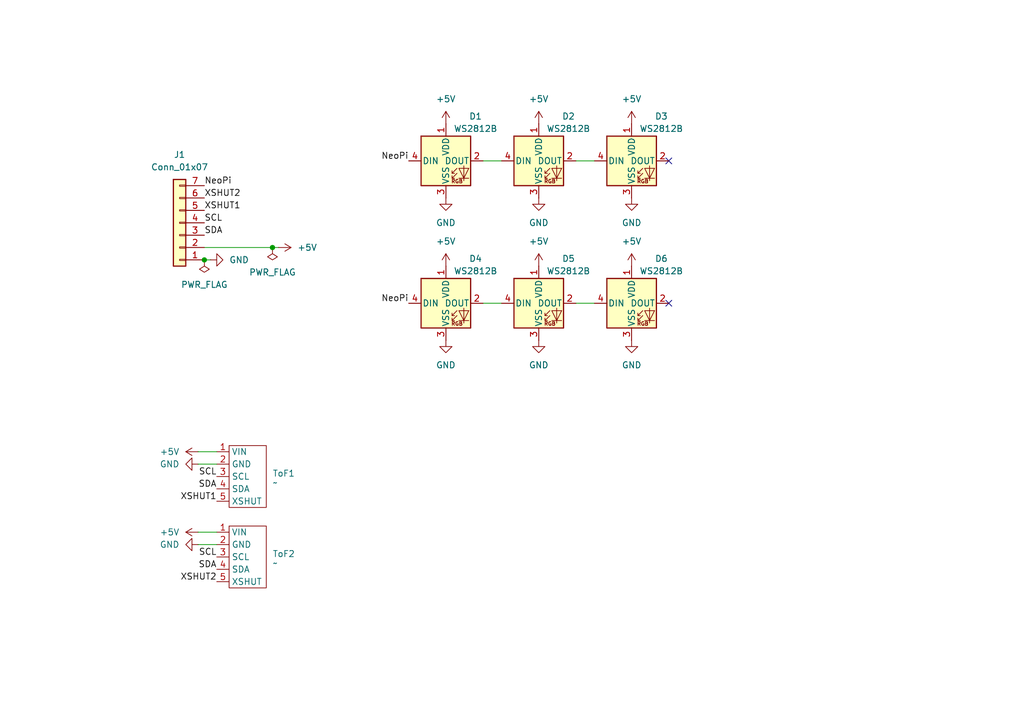
<source format=kicad_sch>
(kicad_sch (version 20231120) (generator "eeschema") (generator_version "8.0")
  (paper "A5")
  (lib_symbols
    (symbol "Connector_Generic:Conn_01x07" (pin_names (offset 1.016) hide)
      (property "Reference" "J" (at 0 10.16 0))
      (property "Value" "Conn_01x07" (at 0 -10.16 0))
      (symbol "Conn_01x07_1_1"
        (rectangle (start -1.27 -7.493) (end 0 -7.747) (stroke (width 0.1524)))
        (rectangle (start -1.27 -4.953) (end 0 -5.207) (stroke (width 0.1524)))
        (rectangle (start -1.27 -2.413) (end 0 -2.667) (stroke (width 0.1524)))
        (rectangle (start -1.27 0.127) (end 0 -0.127) (stroke (width 0.1524)))
        (rectangle (start -1.27 2.667) (end 0 2.413) (stroke (width 0.1524)))
        (rectangle (start -1.27 5.207) (end 0 4.953) (stroke (width 0.1524)))
        (rectangle (start -1.27 7.747) (end 0 7.493) (stroke (width 0.1524)))
        (rectangle (start -1.27 8.89) (end 1.27 -8.89) (stroke (width 0.254)) (fill (type background)))
        (pin passive line (at -5.08 7.62 0) (length 3.81) (name "Pin_1") (number "1"))
        (pin passive line (at -5.08 5.08 0) (length 3.81) (name "Pin_2") (number "2"))
        (pin passive line (at -5.08 2.54 0) (length 3.81) (name "Pin_3") (number "3"))
        (pin passive line (at -5.08 0 0) (length 3.81) (name "Pin_4") (number "4"))
        (pin passive line (at -5.08 -2.54 0) (length 3.81) (name "Pin_5") (number "5"))
        (pin passive line (at -5.08 -5.08 0) (length 3.81) (name "Pin_6") (number "6"))
        (pin passive line (at -5.08 -7.62 0) (length 3.81) (name "Pin_7") (number "7"))
      )
    )
    (symbol "LED:WS2812B" (pin_names (offset 0.254))
      (property "Reference" "D" (at 5.08 5.715 0))
      (property "Value" "WS2812B" (at 1.27 -5.715 0))
      (symbol "WS2812B_0_0"
        (text "RGB" (at 2.286 -4.191 0) (effects (font (size 0.762 0.762))))
      )
      (symbol "WS2812B_0_1"
        (polyline (pts (xy 1.27 -3.556) (xy 1.778 -3.556)))
        (polyline (pts (xy 1.27 -2.54) (xy 1.778 -2.54)))
        (polyline (pts (xy 4.699 -3.556) (xy 2.667 -3.556)))
        (polyline (pts (xy 2.286 -2.54) (xy 1.27 -3.556) (xy 1.27 -3.048)))
        (polyline (pts (xy 2.286 -1.524) (xy 1.27 -2.54) (xy 1.27 -2.032)))
        (polyline (pts (xy 3.683 -1.016) (xy 3.683 -3.556) (xy 3.683 -4.064)))
        (polyline (pts (xy 4.699 -1.524) (xy 2.667 -1.524) (xy 3.683 -3.556) (xy 4.699 -1.524)))
        (rectangle (start 5.08 5.08) (end -5.08 -5.08) (stroke (width 0.254)) (fill (type background)))
      )
      (symbol "WS2812B_1_1"
        (pin power_in line (at 0 7.62 270) (length 2.54) (name "VDD") (number "1"))
        (pin output line (at 7.62 0 180) (length 2.54) (name "DOUT") (number "2"))
        (pin power_in line (at 0 -7.62 90) (length 2.54) (name "VSS") (number "3"))
        (pin input line (at -7.62 0 0) (length 2.54) (name "DIN") (number "4"))
      )
    )
    (symbol "ToF:GY530"
      (property "Reference" "ToF" (at 0 5.334 0))
      (symbol "GY530_0_1"
        (rectangle (start 0 1.27) (end 7.62 -11.43))
      )
      (symbol "GY530_1_1"
        (pin power_in line (at -2.54 0 0) (length 2.54) (name "VIN") (number "1"))
        (pin passive line (at -2.54 -2.54 0) (length 2.54) (name "GND") (number "2"))
        (pin passive line (at -2.54 -5.08 0) (length 2.54) (name "SCL") (number "3"))
        (pin passive line (at -2.54 -7.62 0) (length 2.54) (name "SDA") (number "4"))
        (pin passive line (at -2.54 -10.16 0) (length 2.54) (name "XSHUT") (number "5"))
      )
    )
    (symbol "power:+5V" (power) (pin_numbers hide) (pin_names (offset 0) hide)
      (property "Value" "+5V" (at 0 3.556 0))
      (symbol "+5V_0_1"
        (polyline (pts (xy -0.762 1.27) (xy 0 2.54)))
        (polyline (pts (xy 0 0) (xy 0 2.54)))
        (polyline (pts (xy 0 2.54) (xy 0.762 1.27)))
      )
      (symbol "+5V_1_1"
        (pin power_in line (at 0 0 90) (length 0) (name "~") (number "1"))
      )
    )
    (symbol "power:GND" (power) (pin_numbers hide) (pin_names (offset 0) hide)
      (property "Value" "GND" (at 0 -3.81 0))
      (symbol "GND_0_1"
        (polyline (pts (xy 0 0) (xy 0 -1.27) (xy 1.27 -1.27) (xy 0 -2.54) (xy -1.27 -1.27) (xy 0 -1.27)))
      )
      (symbol "GND_1_1"
        (pin power_in line (at 0 0 270) (length 0) (name "~") (number "1"))
      )
    )
    (symbol "power:PWR_FLAG" (power) (pin_numbers hide) (pin_names (offset 0) hide)
      (property "Value" "PWR_FLAG" (at 0 3.81 0))
      (symbol "PWR_FLAG_0_0"
        (pin power_out line (at 0 0 90) (length 0) (name "~") (number "1"))
      )
      (symbol "PWR_FLAG_0_1"
        (polyline (pts (xy 0 0) (xy 0 1.27) (xy -1.016 1.905) (xy 0 2.54) (xy 1.016 1.905) (xy 0 1.27)))
      )
    )
  )
  (junction (at 55.88 50.8))
  (junction (at 41.91 53.34))
  (no_connect (at 137.16 33.02))
  (no_connect (at 137.16 62.23))
  (wire (pts (xy 121.92 62.23) (xy 118.11 62.23)))
  (wire (pts (xy 43.18 53.34) (xy 41.91 53.34)))
  (wire (pts (xy 40.64 95.25) (xy 44.45 95.25)))
  (wire (pts (xy 121.92 33.02) (xy 118.11 33.02)))
  (wire (pts (xy 55.88 50.8) (xy 41.91 50.8)))
  (wire (pts (xy 40.64 111.76) (xy 44.45 111.76)))
  (wire (pts (xy 40.64 109.22) (xy 44.45 109.22)))
  (wire (pts (xy 102.87 33.02) (xy 99.06 33.02)))
  (wire (pts (xy 102.87 62.23) (xy 99.06 62.23)))
  (wire (pts (xy 40.64 92.71) (xy 44.45 92.71)))
  (wire (pts (xy 57.15 50.8) (xy 55.88 50.8)))
  (label "XSHUT1" (at 44.45 102.87 180))
  (label "NeoPi" (at 83.82 62.23 180))
  (label "XSHUT2" (at 41.91 40.64 0))
  (label "SDA" (at 44.45 116.84 180))
  (label "XSHUT2" (at 44.45 119.38 180))
  (label "NeoPi" (at 41.91 38.1 0))
  (label "SCL" (at 44.45 97.79 180))
  (label "NeoPi" (at 83.82 33.02 180))
  (label "SDA" (at 41.91 48.26 0))
  (label "SCL" (at 44.45 114.3 180))
  (label "SCL" (at 41.91 45.72 0))
  (label "XSHUT1" (at 41.91 43.18 0))
  (label "SDA" (at 44.45 100.33 180))
  (symbol (lib_id "power:GND") (at 129.54 40.64 0) (unit 1)
    (property "Reference" "#PWR011" (effects (hide yes)))
    (property "Value" "GND" (at 129.54 45.72 0))
    (property "Description" "Power symbol creates a global label with name \"GND\" , ground" (effects (hide yes)))
  )
  (symbol (lib_id "power:GND") (at 91.44 40.64 0) (unit 1)
    (property "Reference" "#PWR09" (effects (hide yes)))
    (property "Value" "GND" (at 91.44 45.72 0))
    (property "Description" "Power symbol creates a global label with name \"GND\" , ground" (effects (hide yes)))
  )
  (symbol (lib_id "ToF:GY530") (at 46.99 92.71 0) (unit 1)
    (property "Reference" "ToF1" (at 55.88 97.1549 0) (effects (justify left)))
    (property "Value" "~" (at 55.88 99.06 0) (effects (justify left)))
    (property "Footprint" "ToF:GY530" (effects (hide yes)))
  )
  (symbol (lib_id "power:+5V") (at 110.49 54.61 0) (unit 1)
    (property "Reference" "#PWR07" (effects (hide yes)))
    (property "Value" "+5V" (at 110.49 49.53 0))
    (property "Description" "Power symbol creates a global label with name \"+5V\"" (effects (hide yes)))
  )
  (symbol (lib_id "LED:WS2812B") (at 129.54 33.02 0) (unit 1)
    (property "Reference" "D3" (at 135.636 23.876 0))
    (property "Value" "WS2812B" (at 135.636 26.416 0))
    (property "Footprint" "LED_SMD:LED_WS2812B_PLCC4_5.0x5.0mm_P3.2mm" (effects (hide yes)))
    (property "Datasheet" "https://cdn-shop.adafruit.com/datasheets/WS2812B.pdf" (effects (hide yes)))
    (property "Description" "RGB LED with integrated controller" (effects (hide yes)))
  )
  (symbol (lib_id "power:GND") (at 40.64 111.76 270) (unit 1)
    (property "Reference" "#PWR015" (effects (hide yes)))
    (property "Value" "GND" (at 36.83 111.7599 90) (effects (justify right)))
    (property "Description" "Power symbol creates a global label with name \"GND\" , ground" (effects (hide yes)))
  )
  (symbol (lib_id "power:GND") (at 43.18 53.34 90) (unit 1)
    (property "Reference" "#PWR02" (effects (hide yes)))
    (property "Value" "GND" (at 46.99 53.3399 90) (effects (justify right)))
    (property "Description" "Power symbol creates a global label with name \"GND\" , ground" (effects (hide yes)))
  )
  (symbol (lib_id "power:PWR_FLAG") (at 41.91 53.34 180) (unit 1)
    (property "Reference" "#FLG01" (effects (hide yes)))
    (property "Value" "PWR_FLAG" (at 41.91 58.42 0))
    (property "Description" "Special symbol for telling ERC where power comes from" (effects (hide yes)))
  )
  (symbol (lib_id "LED:WS2812B") (at 91.44 62.23 0) (unit 1)
    (property "Reference" "D4" (at 97.536 53.086 0))
    (property "Value" "WS2812B" (at 97.536 55.626 0))
    (property "Footprint" "LED_SMD:LED_WS2812B_PLCC4_5.0x5.0mm_P3.2mm" (effects (hide yes)))
    (property "Datasheet" "https://cdn-shop.adafruit.com/datasheets/WS2812B.pdf" (effects (hide yes)))
    (property "Description" "RGB LED with integrated controller" (effects (hide yes)))
  )
  (symbol (lib_id "power:GND") (at 40.64 95.25 270) (unit 1)
    (property "Reference" "#PWR016" (effects (hide yes)))
    (property "Value" "GND" (at 36.83 95.2499 90) (effects (justify right)))
    (property "Description" "Power symbol creates a global label with name \"GND\" , ground" (effects (hide yes)))
  )
  (symbol (lib_id "LED:WS2812B") (at 110.49 62.23 0) (unit 1)
    (property "Reference" "D5" (at 116.586 53.086 0))
    (property "Value" "WS2812B" (at 116.586 55.626 0))
    (property "Footprint" "LED_SMD:LED_WS2812B_PLCC4_5.0x5.0mm_P3.2mm" (effects (hide yes)))
    (property "Datasheet" "https://cdn-shop.adafruit.com/datasheets/WS2812B.pdf" (effects (hide yes)))
    (property "Description" "RGB LED with integrated controller" (effects (hide yes)))
  )
  (symbol (lib_id "power:+5V") (at 40.64 109.22 90) (unit 1)
    (property "Reference" "#PWR018" (effects (hide yes)))
    (property "Value" "+5V" (at 36.83 109.2199 90) (effects (justify left)))
    (property "Description" "Power symbol creates a global label with name \"+5V\"" (effects (hide yes)))
  )
  (symbol (lib_id "power:GND") (at 91.44 69.85 0) (unit 1)
    (property "Reference" "#PWR012" (effects (hide yes)))
    (property "Value" "GND" (at 91.44 74.93 0))
    (property "Description" "Power symbol creates a global label with name \"GND\" , ground" (effects (hide yes)))
  )
  (symbol (lib_id "power:+5V") (at 110.49 25.4 0) (unit 1)
    (property "Reference" "#PWR04" (effects (hide yes)))
    (property "Value" "+5V" (at 110.49 20.32 0))
    (property "Description" "Power symbol creates a global label with name \"+5V\"" (effects (hide yes)))
  )
  (symbol (lib_id "power:GND") (at 110.49 69.85 0) (unit 1)
    (property "Reference" "#PWR013" (effects (hide yes)))
    (property "Value" "GND" (at 110.49 74.93 0))
    (property "Description" "Power symbol creates a global label with name \"GND\" , ground" (effects (hide yes)))
  )
  (symbol (lib_id "LED:WS2812B") (at 129.54 62.23 0) (unit 1)
    (property "Reference" "D6" (at 135.636 53.086 0))
    (property "Value" "WS2812B" (at 135.636 55.626 0))
    (property "Footprint" "LED_SMD:LED_WS2812B_PLCC4_5.0x5.0mm_P3.2mm" (effects (hide yes)))
    (property "Datasheet" "https://cdn-shop.adafruit.com/datasheets/WS2812B.pdf" (effects (hide yes)))
    (property "Description" "RGB LED with integrated controller" (effects (hide yes)))
  )
  (symbol (lib_id "Connector_Generic:Conn_01x07") (at 36.83 45.72 180) (unit 1)
    (property "Reference" "J1" (at 36.83 31.75 0))
    (property "Value" "Conn_01x07" (at 36.83 34.29 0))
    (property "Footprint" "Connector_PinHeader_2.54mm:PinHeader_1x07_P2.54mm_Horizontal" (effects (hide yes)))
    (property "Description" "Generic connector, single row, 01x07, script generated (kicad-library-utils/schlib/autogen/connector/)" (effects (hide yes)))
  )
  (symbol (lib_id "power:GND") (at 129.54 69.85 0) (unit 1)
    (property "Reference" "#PWR014" (effects (hide yes)))
    (property "Value" "GND" (at 129.54 74.93 0))
    (property "Description" "Power symbol creates a global label with name \"GND\" , ground" (effects (hide yes)))
  )
  (symbol (lib_id "power:+5V") (at 91.44 25.4 0) (unit 1)
    (property "Reference" "#PWR03" (effects (hide yes)))
    (property "Value" "+5V" (at 91.44 20.32 0))
    (property "Description" "Power symbol creates a global label with name \"+5V\"" (effects (hide yes)))
  )
  (symbol (lib_id "power:+5V") (at 129.54 54.61 0) (unit 1)
    (property "Reference" "#PWR08" (effects (hide yes)))
    (property "Value" "+5V" (at 129.54 49.53 0))
    (property "Description" "Power symbol creates a global label with name \"+5V\"" (effects (hide yes)))
  )
  (symbol (lib_id "power:+5V") (at 91.44 54.61 0) (unit 1)
    (property "Reference" "#PWR06" (effects (hide yes)))
    (property "Value" "+5V" (at 91.44 49.53 0))
    (property "Description" "Power symbol creates a global label with name \"+5V\"" (effects (hide yes)))
  )
  (symbol (lib_id "power:+5V") (at 57.15 50.8 270) (unit 1)
    (property "Reference" "#PWR01" (effects (hide yes)))
    (property "Value" "+5V" (at 60.96 50.7999 90) (effects (justify left)))
    (property "Description" "Power symbol creates a global label with name \"+5V\"" (effects (hide yes)))
  )
  (symbol (lib_id "LED:WS2812B") (at 91.44 33.02 0) (unit 1)
    (property "Reference" "D1" (at 97.536 23.876 0))
    (property "Value" "WS2812B" (at 97.536 26.416 0))
    (property "Footprint" "LED_SMD:LED_WS2812B_PLCC4_5.0x5.0mm_P3.2mm" (effects (hide yes)))
    (property "Datasheet" "https://cdn-shop.adafruit.com/datasheets/WS2812B.pdf" (effects (hide yes)))
    (property "Description" "RGB LED with integrated controller" (effects (hide yes)))
  )
  (symbol (lib_id "ToF:GY530") (at 46.99 109.22 0) (unit 1)
    (property "Reference" "ToF2" (at 55.88 113.6649 0) (effects (justify left)))
    (property "Value" "~" (at 55.88 115.57 0) (effects (justify left)))
    (property "Footprint" "ToF:GY530" (effects (hide yes)))
  )
  (symbol (lib_id "power:+5V") (at 40.64 92.71 90) (unit 1)
    (property "Reference" "#PWR017" (effects (hide yes)))
    (property "Value" "+5V" (at 36.83 92.7099 90) (effects (justify left)))
    (property "Description" "Power symbol creates a global label with name \"+5V\"" (effects (hide yes)))
  )
  (symbol (lib_id "power:GND") (at 110.49 40.64 0) (unit 1)
    (property "Reference" "#PWR010" (effects (hide yes)))
    (property "Value" "GND" (at 110.49 45.72 0))
    (property "Description" "Power symbol creates a global label with name \"GND\" , ground" (effects (hide yes)))
  )
  (symbol (lib_id "LED:WS2812B") (at 110.49 33.02 0) (unit 1)
    (property "Reference" "D2" (at 116.586 23.876 0))
    (property "Value" "WS2812B" (at 116.586 26.416 0))
    (property "Footprint" "LED_SMD:LED_WS2812B_PLCC4_5.0x5.0mm_P3.2mm" (effects (hide yes)))
    (property "Datasheet" "https://cdn-shop.adafruit.com/datasheets/WS2812B.pdf" (effects (hide yes)))
    (property "Description" "RGB LED with integrated controller" (effects (hide yes)))
  )
  (symbol (lib_id "power:PWR_FLAG") (at 55.88 50.8 180) (unit 1)
    (property "Reference" "#FLG02" (effects (hide yes)))
    (property "Value" "PWR_FLAG" (at 55.88 55.88 0))
    (property "Description" "Special symbol for telling ERC where power comes from" (effects (hide yes)))
  )
  (symbol (lib_id "power:+5V") (at 129.54 25.4 0) (unit 1)
    (property "Reference" "#PWR05" (effects (hide yes)))
    (property "Value" "+5V" (at 129.54 20.32 0))
    (property "Description" "Power symbol creates a global label with name \"+5V\"" (effects (hide yes)))
  )
)
</source>
